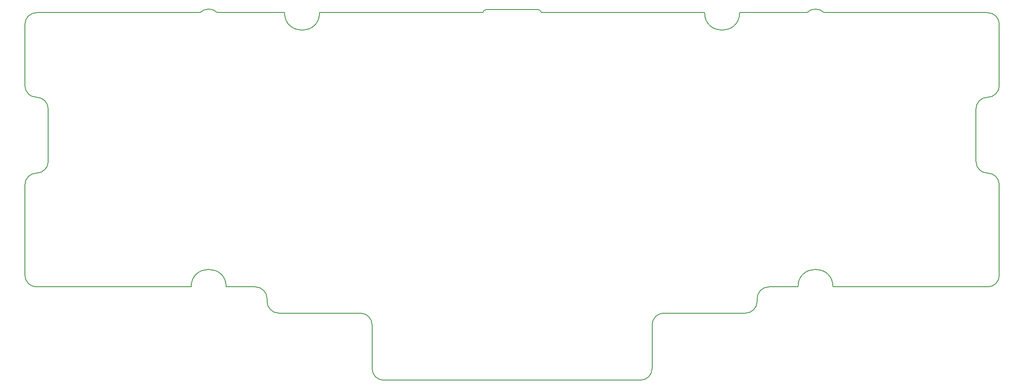
<source format=gm1>
G04 #@! TF.GenerationSoftware,KiCad,Pcbnew,(5.1.4)-1*
G04 #@! TF.CreationDate,2021-03-13T03:50:06-06:00*
G04 #@! TF.ProjectId,Treadstone32,54726561-6473-4746-9f6e-6533322e6b69,1.1*
G04 #@! TF.SameCoordinates,Original*
G04 #@! TF.FileFunction,Profile,NP*
%FSLAX46Y46*%
G04 Gerber Fmt 4.6, Leading zero omitted, Abs format (unit mm)*
G04 Created by KiCad (PCBNEW (5.1.4)-1) date 2021-03-13 03:50:06*
%MOMM*%
%LPD*%
G04 APERTURE LIST*
%ADD10C,0.150000*%
%ADD11C,0.200000*%
G04 APERTURE END LIST*
D10*
X205539860Y-57679000D02*
X205914390Y-57676760D01*
X195539860Y-57679000D02*
X195198450Y-57676760D01*
X195539860Y-57679000D02*
X205539860Y-57679000D01*
X260684750Y-58272090D02*
X246986735Y-58272090D01*
X260684750Y-58272090D02*
G75*
G02X264256730Y-58272090I1785990J-1785990D01*
G01*
X206509720Y-58272090D02*
X239842985Y-58272090D01*
X205914390Y-57676760D02*
G75*
G02X206509720Y-58272090I0J-595330D01*
G01*
X194603120Y-58272090D02*
X161264640Y-58272090D01*
X194603120Y-58272090D02*
G75*
G02X195198450Y-57676760I595330J0D01*
G01*
X154120680Y-58272090D02*
X140428090Y-58272090D01*
X136856110Y-58272090D02*
G75*
G02X140428090Y-58272090I1785990J-1785990D01*
G01*
X150548700Y-116614430D02*
X150548700Y-117209760D01*
D11*
X250564140Y-116614430D02*
X250564140Y-117209760D01*
D10*
X135067985Y-114233110D02*
G75*
G02X142211735Y-114233110I3571875J0D01*
G01*
X258892985Y-114233110D02*
G75*
G02X266036735Y-114233110I3571875J0D01*
G01*
X246986735Y-58272090D02*
G75*
G02X239842985Y-58272090I-3571875J0D01*
G01*
D11*
X161261735Y-58272090D02*
G75*
G02X154117985Y-58272090I-3571875J0D01*
G01*
X142211735Y-114233590D02*
X148167020Y-114233110D01*
X266036735Y-114233670D02*
X297595210Y-114233110D01*
X136856110Y-58272090D02*
X103517630Y-58272090D01*
D10*
X229131560Y-130902360D02*
G75*
G02X226750250Y-133283670I-2381310J0D01*
G01*
X174361430Y-133283660D02*
G75*
G02X171980120Y-130902350I0J2381310D01*
G01*
X248182040Y-119591140D02*
X231512870Y-119591140D01*
X229131560Y-121972450D02*
G75*
G02X231512870Y-119591140I2381310J0D01*
G01*
X250563350Y-117209830D02*
G75*
G02X248182040Y-119591140I-2381310J0D01*
G01*
X250564150Y-116614420D02*
G75*
G02X252945460Y-114233110I2381310J0D01*
G01*
X169598810Y-119591140D02*
G75*
G02X171980120Y-121972450I0J-2381310D01*
G01*
X152929640Y-119591140D02*
X169598810Y-119591140D01*
X152929640Y-119591140D02*
G75*
G02X150548330Y-117209830I0J2381310D01*
G01*
X148167380Y-114233110D02*
G75*
G02X150548690Y-116614420I0J-2381310D01*
G01*
D11*
X101135190Y-93397760D02*
X101136310Y-111851800D01*
D10*
X105898950Y-77919625D02*
X105898950Y-88635250D01*
X103517640Y-75538315D02*
G75*
G02X101136330Y-73157005I0J2381310D01*
G01*
X103517640Y-75538315D02*
G75*
G02X105898950Y-77919625I0J-2381310D01*
G01*
X105898940Y-88633930D02*
G75*
G02X103517630Y-91015240I-2381310J0D01*
G01*
X101135190Y-93397760D02*
G75*
G02X103516500Y-91016450I2381310J0D01*
G01*
X295213890Y-77919625D02*
X295213890Y-88635250D01*
X295215657Y-77917980D02*
G75*
G02X297589220Y-75538435I2379553J0D01*
G01*
X297594220Y-91015540D02*
G75*
G02X295212910Y-88634230I0J2381310D01*
G01*
X297594220Y-91015540D02*
G75*
G02X299975530Y-93396850I0J-2381310D01*
G01*
X299970530Y-73157125D02*
G75*
G02X297589220Y-75538435I-2381310J0D01*
G01*
D11*
X299970530Y-73157125D02*
X299976530Y-60653410D01*
D10*
X101136320Y-60653400D02*
G75*
G02X103517630Y-58272090I2381310J0D01*
G01*
X103517620Y-114233110D02*
G75*
G02X101136310Y-111851800I0J2381310D01*
G01*
X299976530Y-111851800D02*
G75*
G02X297595220Y-114233110I-2381310J0D01*
G01*
D11*
X297595220Y-58272100D02*
G75*
G02X299976530Y-60653410I0J-2381310D01*
G01*
X252944660Y-114232630D02*
X258892985Y-114233110D01*
X171980120Y-121972450D02*
X171980580Y-130902350D01*
X297595210Y-58272090D02*
X264256730Y-58272090D01*
X299976530Y-111851790D02*
X299976530Y-93397750D01*
X229132260Y-130902350D02*
X229131560Y-121972450D01*
X174361430Y-133283670D02*
X226750250Y-133283670D01*
X103517630Y-114233110D02*
X135070120Y-114233110D01*
X101136310Y-60653410D02*
X101136310Y-73157125D01*
M02*

</source>
